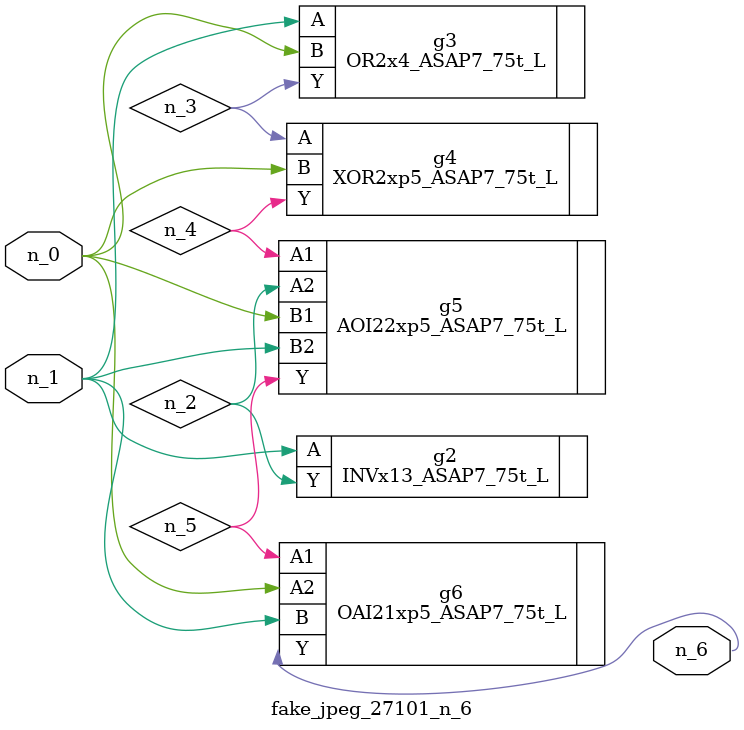
<source format=v>
module fake_jpeg_27101_n_6 (n_0, n_1, n_6);

input n_0;
input n_1;

output n_6;

wire n_2;
wire n_3;
wire n_4;
wire n_5;

INVx13_ASAP7_75t_L g2 ( 
.A(n_1),
.Y(n_2)
);

OR2x4_ASAP7_75t_L g3 ( 
.A(n_1),
.B(n_0),
.Y(n_3)
);

XOR2xp5_ASAP7_75t_L g4 ( 
.A(n_3),
.B(n_0),
.Y(n_4)
);

AOI22xp5_ASAP7_75t_L g5 ( 
.A1(n_4),
.A2(n_2),
.B1(n_0),
.B2(n_1),
.Y(n_5)
);

OAI21xp5_ASAP7_75t_L g6 ( 
.A1(n_5),
.A2(n_0),
.B(n_1),
.Y(n_6)
);


endmodule
</source>
